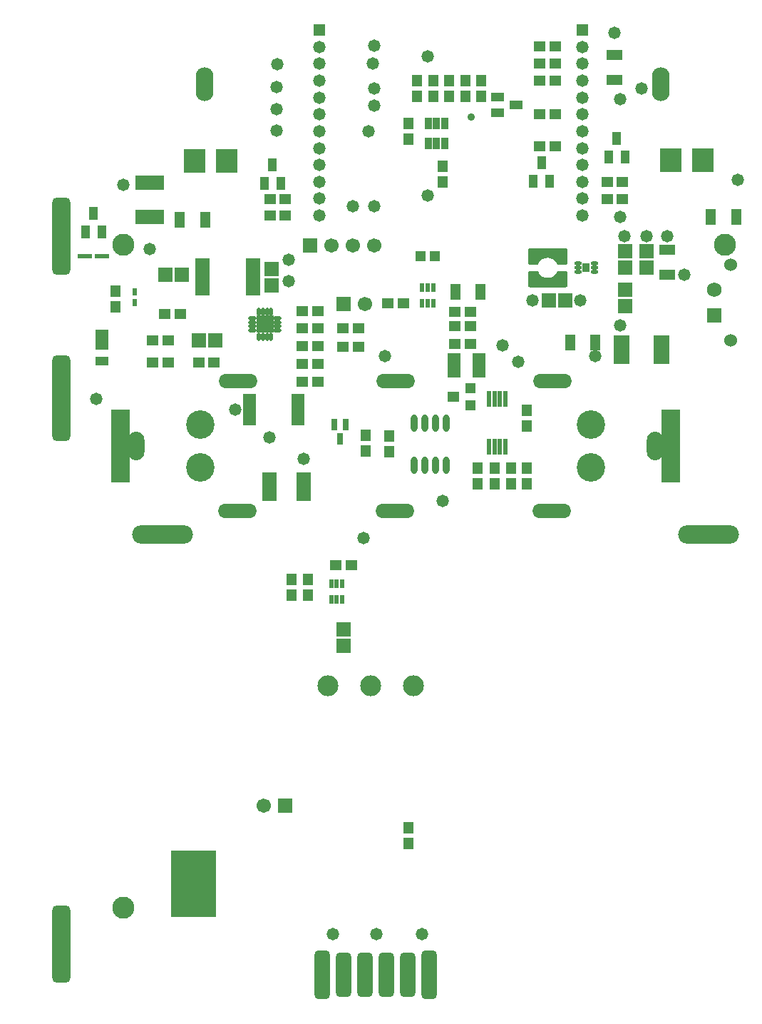
<source format=gts>
%FSLAX23Y23*%
%MOIN*%
G70*
G01*
G75*
G04 Layer_Color=8388736*
%ADD10C,0.008*%
%ADD11R,0.043X0.045*%
%ADD12R,0.045X0.043*%
%ADD13R,0.020X0.020*%
%ADD14R,0.060X0.124*%
%ADD15R,0.055X0.138*%
%ADD16R,0.069X0.043*%
%ADD17R,0.020X0.049*%
%ADD18R,0.059X0.057*%
%ADD19R,0.014X0.035*%
%ADD20R,0.051X0.108*%
%ADD21R,0.040X0.040*%
%ADD22R,0.050X0.040*%
%ADD23O,0.024X0.073*%
%ADD24R,0.124X0.060*%
%ADD25R,0.057X0.016*%
%ADD26R,0.066X0.124*%
%ADD27R,0.071X0.071*%
%ADD28O,0.010X0.031*%
%ADD29O,0.031X0.010*%
%ADD30R,0.028X0.035*%
%ADD31O,0.028X0.010*%
%ADD32R,0.024X0.024*%
%ADD33R,0.059X0.169*%
%ADD34R,0.043X0.069*%
%ADD35R,0.055X0.035*%
%ADD36R,0.055X0.087*%
%ADD37R,0.016X0.024*%
%ADD38R,0.033X0.051*%
%ADD39R,0.057X0.059*%
G04:AMPARAMS|DCode=40|XSize=65mil|YSize=220mil|CornerRadius=16mil|HoleSize=0mil|Usage=FLASHONLY|Rotation=180.000|XOffset=0mil|YOffset=0mil|HoleType=Round|Shape=RoundedRectangle|*
%AMROUNDEDRECTD40*
21,1,0.065,0.188,0,0,180.0*
21,1,0.033,0.220,0,0,180.0*
1,1,0.033,-0.016,0.094*
1,1,0.033,0.016,0.094*
1,1,0.033,0.016,-0.094*
1,1,0.033,-0.016,-0.094*
%
%ADD40ROUNDEDRECTD40*%
G04:AMPARAMS|DCode=41|XSize=65mil|YSize=200mil|CornerRadius=16mil|HoleSize=0mil|Usage=FLASHONLY|Rotation=180.000|XOffset=0mil|YOffset=0mil|HoleType=Round|Shape=RoundedRectangle|*
%AMROUNDEDRECTD41*
21,1,0.065,0.168,0,0,180.0*
21,1,0.033,0.200,0,0,180.0*
1,1,0.033,-0.016,0.084*
1,1,0.033,0.016,0.084*
1,1,0.033,0.016,-0.084*
1,1,0.033,-0.016,-0.084*
%
%ADD41ROUNDEDRECTD41*%
%ADD42R,0.014X0.067*%
%ADD43R,0.051X0.033*%
%ADD44R,0.037X0.039*%
%ADD45R,0.024X0.045*%
%ADD46C,0.012*%
%ADD47C,0.010*%
%ADD48C,0.025*%
%ADD49C,0.015*%
%ADD50C,0.020*%
%ADD51C,0.050*%
%ADD52C,0.030*%
%ADD53C,0.040*%
%ADD54R,0.050X0.050*%
%ADD55C,0.050*%
%ADD56O,0.075X0.150*%
%ADD57R,0.059X0.059*%
%ADD58C,0.059*%
%ADD59C,0.090*%
%ADD60C,0.060*%
%ADD61R,0.060X0.060*%
%ADD62C,0.052*%
G04:AMPARAMS|DCode=63|XSize=354mil|YSize=79mil|CornerRadius=20mil|HoleSize=0mil|Usage=FLASHONLY|Rotation=270.000|XOffset=0mil|YOffset=0mil|HoleType=Round|Shape=RoundedRectangle|*
%AMROUNDEDRECTD63*
21,1,0.354,0.039,0,0,270.0*
21,1,0.315,0.079,0,0,270.0*
1,1,0.039,-0.020,-0.157*
1,1,0.039,-0.020,0.157*
1,1,0.039,0.020,0.157*
1,1,0.039,0.020,-0.157*
%
%ADD63ROUNDEDRECTD63*%
G04:AMPARAMS|DCode=64|XSize=394mil|YSize=79mil|CornerRadius=20mil|HoleSize=0mil|Usage=FLASHONLY|Rotation=270.000|XOffset=0mil|YOffset=0mil|HoleType=Round|Shape=RoundedRectangle|*
%AMROUNDEDRECTD64*
21,1,0.394,0.039,0,0,270.0*
21,1,0.354,0.079,0,0,270.0*
1,1,0.039,-0.020,-0.177*
1,1,0.039,-0.020,0.177*
1,1,0.039,0.020,0.177*
1,1,0.039,0.020,-0.177*
%
%ADD64ROUNDEDRECTD64*%
%ADD65O,0.276X0.079*%
%ADD66C,0.125*%
%ADD67O,0.173X0.059*%
%ADD68O,0.070X0.125*%
%ADD69R,0.079X0.335*%
%ADD70C,0.157*%
%ADD71C,0.030*%
%ADD72C,0.028*%
%ADD73C,0.040*%
%ADD74C,0.024*%
%ADD75C,0.080*%
%ADD76C,0.100*%
%ADD77C,0.060*%
G04:AMPARAMS|DCode=78|XSize=90mil|YSize=90mil|CornerRadius=0mil|HoleSize=0mil|Usage=FLASHONLY|Rotation=0.000|XOffset=0mil|YOffset=0mil|HoleType=Round|Shape=Relief|Width=20mil|Gap=10mil|Entries=4|*
%AMTHD78*
7,0,0,0.090,0.070,0.020,45*
%
%ADD78THD78*%
%ADD79C,0.070*%
%ADD80O,0.115X0.190*%
G04:AMPARAMS|DCode=81|XSize=95.433mil|YSize=95.433mil|CornerRadius=0mil|HoleSize=0mil|Usage=FLASHONLY|Rotation=0.000|XOffset=0mil|YOffset=0mil|HoleType=Round|Shape=Relief|Width=20mil|Gap=10mil|Entries=4|*
%AMTHD81*
7,0,0,0.095,0.075,0.020,45*
%
%ADD81THD81*%
%ADD82C,0.075*%
G04:AMPARAMS|DCode=83|XSize=117mil|YSize=117mil|CornerRadius=0mil|HoleSize=0mil|Usage=FLASHONLY|Rotation=0.000|XOffset=0mil|YOffset=0mil|HoleType=Round|Shape=Relief|Width=20mil|Gap=10mil|Entries=4|*
%AMTHD83*
7,0,0,0.117,0.097,0.020,45*
%
%ADD83THD83*%
%ADD84C,0.097*%
G04:AMPARAMS|DCode=85|XSize=102.126mil|YSize=102.126mil|CornerRadius=0mil|HoleSize=0mil|Usage=FLASHONLY|Rotation=0.000|XOffset=0mil|YOffset=0mil|HoleType=Round|Shape=Relief|Width=20mil|Gap=10mil|Entries=4|*
%AMTHD85*
7,0,0,0.102,0.082,0.020,45*
%
%ADD85THD85*%
%ADD86C,0.082*%
%ADD87C,0.092*%
%AMTHOVALD88*
21,1,0.267,0.088,0,0,270.0*
1,1,0.088,0.000,0.134*
1,1,0.088,0.000,-0.134*
21,0,0.267,0.068,0,0,270.0*
1,0,0.068,0.000,0.134*
1,0,0.068,0.000,-0.134*
4,0,4,-0.007,0.127,-0.038,0.158,-0.024,0.172,0.007,0.141,-0.007,0.127,0.0*
4,0,4,-0.007,-0.141,0.024,-0.172,0.038,-0.158,0.007,-0.127,-0.007,-0.141,0.0*
4,0,4,-0.007,0.141,0.024,0.172,0.038,0.158,0.007,0.127,-0.007,0.141,0.0*
4,0,4,-0.007,-0.127,-0.038,-0.158,-0.024,-0.172,0.007,-0.141,-0.007,-0.127,0.0*
%
%ADD88THOVALD88*%

%ADD89O,0.068X0.335*%
%ADD90O,0.316X0.119*%
G04:AMPARAMS|DCode=91|XSize=88mil|YSize=88mil|CornerRadius=0mil|HoleSize=0mil|Usage=FLASHONLY|Rotation=0.000|XOffset=0mil|YOffset=0mil|HoleType=Round|Shape=Relief|Width=20mil|Gap=10mil|Entries=4|*
%AMTHD91*
7,0,0,0.088,0.068,0.020,45*
%
%ADD91THD91*%
%ADD92C,0.112*%
%ADD93O,0.215X0.110*%
%ADD94O,0.068X0.112*%
%ADD95O,0.068X0.365*%
G04:AMPARAMS|DCode=96|XSize=132mil|YSize=132mil|CornerRadius=0mil|HoleSize=0mil|Usage=FLASHONLY|Rotation=0.000|XOffset=0mil|YOffset=0mil|HoleType=Round|Shape=Relief|Width=20mil|Gap=10mil|Entries=4|*
%AMTHD96*
7,0,0,0.132,0.112,0.020,45*
%
%ADD96THD96*%
%AMTHOVALD97*
21,1,0.044,0.088,0,0,270.0*
1,1,0.088,0.000,0.022*
1,1,0.088,0.000,-0.022*
21,0,0.044,0.068,0,0,270.0*
1,0,0.068,0.000,0.022*
1,0,0.068,0.000,-0.022*
4,0,4,-0.007,0.015,-0.038,0.046,-0.024,0.060,0.007,0.029,-0.007,0.015,0.0*
4,0,4,-0.007,-0.029,0.024,-0.060,0.038,-0.046,0.007,-0.015,-0.007,-0.029,0.0*
4,0,4,-0.007,0.029,0.024,0.060,0.038,0.046,0.007,0.015,-0.007,0.029,0.0*
4,0,4,-0.007,-0.015,-0.038,-0.046,-0.024,-0.060,0.007,-0.029,-0.007,-0.015,0.0*
%
%ADD97THOVALD97*%

%AMTHOVALD98*
21,1,0.297,0.088,0,0,270.0*
1,1,0.088,0.000,0.148*
1,1,0.088,0.000,-0.148*
21,0,0.297,0.068,0,0,270.0*
1,0,0.068,0.000,0.148*
1,0,0.068,0.000,-0.148*
4,0,4,-0.007,0.141,-0.038,0.172,-0.024,0.187,0.007,0.155,-0.007,0.141,0.0*
4,0,4,-0.007,-0.155,0.024,-0.187,0.038,-0.172,0.007,-0.141,-0.007,-0.155,0.0*
4,0,4,-0.007,0.155,0.024,0.187,0.038,0.172,0.007,0.141,-0.007,0.155,0.0*
4,0,4,-0.007,-0.141,-0.038,-0.172,-0.024,-0.187,0.007,-0.155,-0.007,-0.141,0.0*
%
%ADD98THOVALD98*%

G04:AMPARAMS|DCode=99|XSize=210mil|YSize=210mil|CornerRadius=0mil|HoleSize=0mil|Usage=FLASHONLY|Rotation=0.000|XOffset=0mil|YOffset=0mil|HoleType=Round|Shape=Relief|Width=20mil|Gap=10mil|Entries=4|*
%AMTHD99*
7,0,0,0.210,0.190,0.020,45*
%
%ADD99THD99*%
%ADD100C,0.052*%
G04:AMPARAMS|DCode=101|XSize=72mil|YSize=72mil|CornerRadius=0mil|HoleSize=0mil|Usage=FLASHONLY|Rotation=0.000|XOffset=0mil|YOffset=0mil|HoleType=Round|Shape=Relief|Width=20mil|Gap=10mil|Entries=4|*
%AMTHD101*
7,0,0,0.072,0.052,0.020,45*
%
%ADD101THD101*%
%ADD102C,0.051*%
G04:AMPARAMS|DCode=103|XSize=71mil|YSize=71mil|CornerRadius=0mil|HoleSize=0mil|Usage=FLASHONLY|Rotation=0.000|XOffset=0mil|YOffset=0mil|HoleType=Round|Shape=Relief|Width=20mil|Gap=10mil|Entries=4|*
%AMTHD103*
7,0,0,0.071,0.051,0.020,45*
%
%ADD103THD103*%
%ADD104C,0.068*%
G04:AMPARAMS|DCode=105|XSize=80mil|YSize=80mil|CornerRadius=0mil|HoleSize=0mil|Usage=FLASHONLY|Rotation=0.000|XOffset=0mil|YOffset=0mil|HoleType=Round|Shape=Relief|Width=20mil|Gap=10mil|Entries=4|*
%AMTHD105*
7,0,0,0.080,0.060,0.020,45*
%
%ADD105THD105*%
G04:AMPARAMS|DCode=106|XSize=84mil|YSize=84mil|CornerRadius=0mil|HoleSize=0mil|Usage=FLASHONLY|Rotation=0.000|XOffset=0mil|YOffset=0mil|HoleType=Round|Shape=Relief|Width=20mil|Gap=10mil|Entries=4|*
%AMTHD106*
7,0,0,0.084,0.064,0.020,45*
%
%ADD106THD106*%
%AMTHOVALD107*
21,1,0.044,0.088,0,0,450.0*
1,1,0.088,0.000,-0.022*
1,1,0.088,0.000,0.022*
21,0,0.044,0.068,0,0,450.0*
1,0,0.068,0.000,-0.022*
1,0,0.068,0.000,0.022*
4,0,4,0.007,-0.015,0.038,-0.046,0.024,-0.060,-0.007,-0.029,0.007,-0.015,0.0*
4,0,4,0.007,0.029,-0.024,0.060,-0.038,0.046,-0.007,0.015,0.007,0.029,0.0*
4,0,4,0.007,-0.029,-0.024,-0.060,-0.038,-0.046,-0.007,-0.015,0.007,-0.029,0.0*
4,0,4,0.007,0.015,0.038,0.046,0.024,0.060,-0.007,0.029,0.007,0.015,0.0*
%
%ADD107THOVALD107*%

%ADD108C,0.190*%
%ADD109C,0.064*%
%ADD110R,0.092X0.051*%
%ADD111R,0.024X0.016*%
%ADD112R,0.035X0.014*%
%ADD113C,0.010*%
%ADD114C,0.024*%
%ADD115C,0.005*%
%ADD116C,0.004*%
%ADD117C,0.007*%
%ADD118C,0.008*%
%ADD119C,0.004*%
%ADD120C,0.001*%
%ADD121C,0.002*%
%ADD122R,0.051X0.053*%
%ADD123R,0.053X0.051*%
%ADD124R,0.068X0.132*%
%ADD125R,0.063X0.146*%
%ADD126R,0.077X0.051*%
%ADD127R,0.028X0.057*%
%ADD128R,0.067X0.065*%
%ADD129R,0.022X0.043*%
%ADD130R,0.059X0.116*%
%ADD131R,0.048X0.048*%
%ADD132R,0.058X0.048*%
%ADD133O,0.032X0.081*%
%ADD134R,0.132X0.068*%
%ADD135R,0.065X0.024*%
%ADD136R,0.074X0.132*%
%ADD137R,0.079X0.079*%
%ADD138O,0.018X0.039*%
%ADD139O,0.039X0.018*%
%ADD140R,0.036X0.043*%
%ADD141O,0.036X0.018*%
%ADD142R,0.032X0.032*%
%ADD143R,0.067X0.177*%
%ADD144R,0.051X0.077*%
%ADD145R,0.063X0.043*%
%ADD146R,0.063X0.095*%
%ADD147R,0.024X0.032*%
%ADD148R,0.041X0.059*%
%ADD149R,0.065X0.067*%
G04:AMPARAMS|DCode=150|XSize=73mil|YSize=228mil|CornerRadius=20mil|HoleSize=0mil|Usage=FLASHONLY|Rotation=180.000|XOffset=0mil|YOffset=0mil|HoleType=Round|Shape=RoundedRectangle|*
%AMROUNDEDRECTD150*
21,1,0.073,0.188,0,0,180.0*
21,1,0.033,0.228,0,0,180.0*
1,1,0.041,-0.016,0.094*
1,1,0.041,0.016,0.094*
1,1,0.041,0.016,-0.094*
1,1,0.041,-0.016,-0.094*
%
%ADD150ROUNDEDRECTD150*%
G04:AMPARAMS|DCode=151|XSize=73mil|YSize=208mil|CornerRadius=20mil|HoleSize=0mil|Usage=FLASHONLY|Rotation=180.000|XOffset=0mil|YOffset=0mil|HoleType=Round|Shape=RoundedRectangle|*
%AMROUNDEDRECTD151*
21,1,0.073,0.168,0,0,180.0*
21,1,0.033,0.208,0,0,180.0*
1,1,0.041,-0.016,0.084*
1,1,0.041,0.016,0.084*
1,1,0.041,0.016,-0.084*
1,1,0.041,-0.016,-0.084*
%
%ADD151ROUNDEDRECTD151*%
%ADD152R,0.022X0.075*%
%ADD153R,0.059X0.041*%
%ADD154R,0.045X0.047*%
%ADD155R,0.032X0.053*%
%ADD156R,0.058X0.058*%
%ADD157C,0.058*%
%ADD158O,0.083X0.158*%
%ADD159R,0.067X0.067*%
%ADD160C,0.067*%
%ADD161C,0.098*%
%ADD162R,0.068X0.068*%
%ADD163C,0.060*%
G04:AMPARAMS|DCode=164|XSize=362mil|YSize=87mil|CornerRadius=24mil|HoleSize=0mil|Usage=FLASHONLY|Rotation=270.000|XOffset=0mil|YOffset=0mil|HoleType=Round|Shape=RoundedRectangle|*
%AMROUNDEDRECTD164*
21,1,0.362,0.039,0,0,270.0*
21,1,0.315,0.087,0,0,270.0*
1,1,0.047,-0.020,-0.157*
1,1,0.047,-0.020,0.157*
1,1,0.047,0.020,0.157*
1,1,0.047,0.020,-0.157*
%
%ADD164ROUNDEDRECTD164*%
G04:AMPARAMS|DCode=165|XSize=402mil|YSize=87mil|CornerRadius=24mil|HoleSize=0mil|Usage=FLASHONLY|Rotation=270.000|XOffset=0mil|YOffset=0mil|HoleType=Round|Shape=RoundedRectangle|*
%AMROUNDEDRECTD165*
21,1,0.402,0.039,0,0,270.0*
21,1,0.354,0.087,0,0,270.0*
1,1,0.047,-0.020,-0.177*
1,1,0.047,-0.020,0.177*
1,1,0.047,0.020,0.177*
1,1,0.047,0.020,-0.177*
%
%ADD165ROUNDEDRECTD165*%
%ADD166C,0.103*%
%ADD167O,0.284X0.087*%
%ADD168C,0.133*%
%ADD169O,0.181X0.067*%
%ADD170O,0.078X0.133*%
%ADD171R,0.087X0.343*%
%ADD172C,0.165*%
%ADD173C,0.036*%
G36*
X810Y3807D02*
X711D01*
Y3917D01*
X810D01*
Y3807D01*
D02*
G37*
G36*
X860Y330D02*
X650D01*
Y640D01*
X860D01*
Y330D01*
D02*
G37*
G36*
X961Y3807D02*
X861D01*
Y3917D01*
X961D01*
Y3807D01*
D02*
G37*
G36*
X3186Y3810D02*
X3087D01*
Y3920D01*
X3186D01*
Y3810D01*
D02*
G37*
G36*
X3036D02*
X2936D01*
Y3920D01*
X3036D01*
Y3810D01*
D02*
G37*
G36*
X2363Y3348D02*
X2363Y3348D01*
X2363Y3348D01*
X2363Y3348D01*
X2364Y3348D01*
X2364Y3348D01*
X2364Y3348D01*
X2364Y3348D01*
X2364Y3347D01*
X2364Y3347D01*
X2364Y3347D01*
X2364Y3347D01*
X2366Y3347D01*
X2366Y3347D01*
X2366Y3346D01*
X2366Y3346D01*
D01*
X2367Y3346D01*
X2367Y3346D01*
X2367Y3346D01*
X2367Y3346D01*
X2367Y3346D01*
X2367Y3346D01*
X2368Y3345D01*
X2368Y3345D01*
D01*
X2368Y3345D01*
X2368Y3345D01*
X2368Y3345D01*
X2368Y3344D01*
X2368Y3344D01*
X2368Y3344D01*
X2369Y3344D01*
X2369Y3344D01*
X2370Y3339D01*
X2378Y3330D01*
X2388Y3322D01*
X2399Y3317D01*
X2411Y3316D01*
X2424Y3317D01*
X2435Y3322D01*
X2445Y3330D01*
X2453Y3339D01*
X2454Y3343D01*
X2454Y3344D01*
X2455Y3344D01*
X2455Y3345D01*
X2455Y3345D01*
X2455Y3345D01*
X2455Y3345D01*
X2455Y3345D01*
X2455Y3345D01*
X2455Y3345D01*
X2455Y3345D01*
X2455Y3345D01*
X2455Y3345D01*
X2455Y3345D01*
X2455Y3345D01*
X2456Y3346D01*
X2456Y3346D01*
X2456Y3346D01*
X2456Y3346D01*
X2456Y3346D01*
X2456Y3346D01*
X2456Y3346D01*
X2456Y3346D01*
X2456Y3346D01*
X2456Y3346D01*
X2457Y3346D01*
X2457Y3346D01*
X2457Y3347D01*
X2457Y3347D01*
X2457Y3347D01*
X2457Y3347D01*
X2457Y3347D01*
X2457Y3347D01*
X2457Y3347D01*
X2457Y3347D01*
X2457Y3347D01*
X2459Y3347D01*
X2459Y3348D01*
X2460Y3348D01*
X2460Y3348D01*
X2460D01*
D01*
X2461Y3348D01*
X2461Y3348D01*
X2461Y3347D01*
X2496Y3348D01*
X2496Y3348D01*
X2496Y3348D01*
X2496Y3348D01*
X2497Y3348D01*
X2497Y3348D01*
X2497Y3348D01*
X2497Y3348D01*
X2497Y3348D01*
X2497Y3348D01*
X2497Y3348D01*
X2497Y3347D01*
X2498Y3347D01*
X2498Y3347D01*
X2498Y3347D01*
X2499Y3347D01*
X2499Y3347D01*
X2500Y3346D01*
X2500Y3346D01*
X2500Y3346D01*
X2500Y3346D01*
X2500Y3346D01*
X2501Y3345D01*
X2501Y3345D01*
X2501Y3345D01*
X2502Y3343D01*
X2502Y3342D01*
X2502Y3342D01*
X2502Y3341D01*
X2502Y3341D01*
X2502Y3340D01*
X2502Y3340D01*
X2502Y3279D01*
X2502Y3279D01*
X2502Y3279D01*
X2502Y3278D01*
Y3278D01*
Y3278D01*
X2502Y3278D01*
X2502Y3278D01*
X2502Y3278D01*
Y3278D01*
X2502Y3278D01*
X2502Y3277D01*
X2502Y3277D01*
D01*
X2502Y3277D01*
X2502Y3277D01*
X2501Y3275D01*
X2501Y3275D01*
X2501Y3275D01*
X2501Y3275D01*
X2501Y3275D01*
X2501Y3274D01*
X2501Y3274D01*
X2500Y3274D01*
X2500Y3273D01*
X2499Y3273D01*
X2498Y3273D01*
X2497Y3272D01*
X2497Y3272D01*
X2496Y3272D01*
X2496Y3272D01*
X2495Y3272D01*
X2495Y3272D01*
X2327Y3272D01*
X2327Y3272D01*
X2327Y3272D01*
X2327Y3272D01*
X2326Y3272D01*
X2326Y3272D01*
X2326Y3272D01*
X2326Y3272D01*
X2326Y3272D01*
X2326Y3272D01*
X2326Y3272D01*
X2326Y3273D01*
X2325Y3273D01*
X2325Y3273D01*
X2325Y3273D01*
X2324Y3273D01*
X2323Y3273D01*
X2323Y3274D01*
X2322Y3274D01*
X2322Y3274D01*
X2322Y3274D01*
X2322Y3274D01*
X2322Y3274D01*
X2322Y3274D01*
X2322Y3275D01*
X2322Y3275D01*
X2322Y3275D01*
X2322Y3275D01*
X2322Y3275D01*
X2322Y3275D01*
D01*
X2322Y3275D01*
X2322Y3275D01*
X2322Y3275D01*
D01*
D01*
X2321Y3277D01*
X2321Y3277D01*
X2321Y3278D01*
X2321Y3279D01*
X2321Y3279D01*
X2321Y3280D01*
X2321Y3280D01*
X2321Y3341D01*
X2321Y3341D01*
X2321Y3341D01*
X2321Y3342D01*
X2321Y3342D01*
X2321Y3342D01*
X2321Y3342D01*
X2321Y3342D01*
X2321Y3342D01*
X2321Y3343D01*
X2321Y3343D01*
X2321Y3343D01*
X2321Y3343D01*
X2321Y3343D01*
X2321Y3343D01*
X2322Y3345D01*
X2322Y3345D01*
X2322Y3345D01*
X2322Y3345D01*
X2322Y3345D01*
X2322Y3346D01*
X2322Y3346D01*
X2323Y3346D01*
X2323Y3346D01*
X2324Y3347D01*
X2325Y3347D01*
X2326Y3348D01*
X2326Y3348D01*
X2327Y3348D01*
X2327Y3348D01*
X2328Y3348D01*
X2328Y3347D01*
X2363Y3348D01*
X2363Y3348D01*
X2363Y3348D01*
X2363Y3348D01*
D02*
G37*
G36*
X2496Y3454D02*
X2496Y3454D01*
X2496Y3454D01*
X2496Y3454D01*
X2497Y3454D01*
X2497Y3454D01*
X2497Y3454D01*
X2497Y3454D01*
X2497Y3454D01*
X2497Y3454D01*
X2497Y3454D01*
X2497Y3454D01*
X2499Y3453D01*
X2499Y3453D01*
X2499Y3453D01*
X2500Y3453D01*
X2500Y3453D01*
X2500Y3453D01*
X2500Y3452D01*
X2501Y3452D01*
X2501Y3452D01*
X2501Y3451D01*
X2502Y3450D01*
X2502Y3449D01*
X2502Y3449D01*
D01*
X2502Y3449D01*
X2502Y3449D01*
X2502Y3449D01*
Y3449D01*
X2502Y3449D01*
X2502Y3448D01*
X2502Y3448D01*
Y3448D01*
Y3448D01*
X2502Y3448D01*
X2502Y3447D01*
X2502Y3447D01*
Y3447D01*
X2502Y3447D01*
X2502Y3447D01*
X2502Y3385D01*
X2502Y3385D01*
X2502Y3385D01*
X2502Y3385D01*
X2502Y3385D01*
X2502Y3385D01*
X2502Y3385D01*
X2502Y3384D01*
X2502Y3384D01*
X2502Y3384D01*
X2502Y3384D01*
X2502Y3384D01*
X2502Y3384D01*
X2502Y3384D01*
X2502Y3383D01*
X2501Y3382D01*
X2501Y3382D01*
X2501Y3381D01*
X2501Y3381D01*
X2501Y3381D01*
X2500Y3381D01*
X2500Y3381D01*
X2500Y3380D01*
X2499Y3380D01*
X2499Y3380D01*
X2497Y3379D01*
X2497Y3379D01*
X2496Y3379D01*
X2496Y3379D01*
X2495Y3379D01*
X2495Y3379D01*
X2495Y3379D01*
X2460Y3379D01*
X2460Y3379D01*
X2460Y3379D01*
X2460Y3379D01*
X2459Y3379D01*
X2459Y3379D01*
X2459Y3379D01*
X2459Y3379D01*
X2459Y3379D01*
X2459Y3379D01*
X2459Y3379D01*
X2459Y3379D01*
X2458Y3379D01*
X2458Y3379D01*
X2458Y3379D01*
X2457Y3380D01*
X2457Y3380D01*
X2457Y3380D01*
X2457Y3380D01*
X2457Y3380D01*
X2457Y3380D01*
X2457Y3380D01*
X2456Y3380D01*
X2456Y3380D01*
X2456Y3380D01*
X2456Y3380D01*
X2456Y3380D01*
X2456Y3380D01*
X2456Y3380D01*
X2456Y3380D01*
X2456Y3380D01*
X2456Y3381D01*
X2455Y3381D01*
X2455Y3381D01*
X2455Y3381D01*
X2455Y3381D01*
X2455Y3381D01*
X2455Y3381D01*
X2455Y3381D01*
X2455Y3381D01*
X2455Y3381D01*
X2455Y3381D01*
X2455Y3381D01*
X2455Y3382D01*
X2455Y3382D01*
X2455Y3382D01*
X2455Y3382D01*
X2455Y3382D01*
X2454Y3383D01*
X2454Y3383D01*
X2454Y3383D01*
X2452Y3387D01*
X2445Y3397D01*
X2435Y3405D01*
X2424Y3409D01*
X2411Y3411D01*
X2399Y3409D01*
X2387Y3405D01*
X2378Y3397D01*
X2370Y3387D01*
X2368Y3383D01*
X2368Y3383D01*
X2368Y3383D01*
X2368Y3383D01*
X2368Y3383D01*
X2368Y3382D01*
X2368Y3382D01*
X2368Y3381D01*
X2368Y3381D01*
X2367Y3381D01*
X2367Y3381D01*
X2367Y3381D01*
X2367Y3380D01*
X2366Y3380D01*
X2366Y3380D01*
X2364Y3379D01*
X2364Y3379D01*
X2363Y3379D01*
X2363Y3379D01*
X2362Y3379D01*
X2362Y3379D01*
X2362Y3379D01*
X2327Y3379D01*
X2327Y3379D01*
X2327Y3379D01*
X2326Y3379D01*
X2326Y3379D01*
X2326Y3379D01*
X2326Y3379D01*
X2326Y3379D01*
X2326Y3379D01*
X2326Y3379D01*
X2326Y3379D01*
X2325Y3379D01*
X2325Y3379D01*
X2325Y3379D01*
X2325Y3379D01*
X2324Y3380D01*
X2323Y3380D01*
X2323Y3380D01*
X2323Y3380D01*
X2323Y3380D01*
X2322Y3380D01*
X2322Y3381D01*
X2322Y3381D01*
X2322Y3381D01*
X2321Y3382D01*
X2321Y3383D01*
X2321Y3384D01*
X2320Y3384D01*
X2320Y3385D01*
X2320Y3386D01*
X2321Y3386D01*
X2321Y3386D01*
X2320Y3448D01*
X2320Y3448D01*
X2320Y3448D01*
X2320Y3448D01*
X2320Y3448D01*
X2320Y3448D01*
X2320Y3448D01*
X2320Y3449D01*
X2321Y3449D01*
X2321Y3449D01*
X2321Y3449D01*
X2321Y3449D01*
X2321Y3449D01*
X2321Y3449D01*
X2321Y3450D01*
X2321Y3451D01*
X2321Y3451D01*
X2321Y3451D01*
X2321Y3451D01*
X2322Y3452D01*
X2322Y3452D01*
X2322Y3452D01*
X2322Y3452D01*
X2322Y3452D01*
X2322Y3452D01*
X2322Y3452D01*
X2322Y3452D01*
X2322Y3452D01*
X2322Y3452D01*
X2322Y3452D01*
X2322Y3452D01*
X2322Y3452D01*
X2322Y3452D01*
X2322Y3453D01*
X2323Y3453D01*
X2323Y3453D01*
X2323Y3453D01*
X2323Y3453D01*
X2323Y3453D01*
X2323Y3453D01*
X2323Y3453D01*
X2323Y3453D01*
X2324Y3453D01*
X2324Y3453D01*
X2324Y3453D01*
X2324Y3453D01*
X2325Y3454D01*
X2326Y3454D01*
X2326Y3454D01*
X2327Y3454D01*
X2327Y3454D01*
X2328Y3454D01*
X2328Y3454D01*
X2496Y3454D01*
X2496Y3454D01*
X2496Y3454D01*
X2496Y3454D01*
D02*
G37*
D104*
X3191Y3260D02*
D03*
D122*
X2314Y2697D02*
D03*
Y2624D02*
D03*
X2315Y2354D02*
D03*
Y2426D02*
D03*
X2240Y2354D02*
D03*
Y2426D02*
D03*
X2162Y2426D02*
D03*
Y2354D02*
D03*
X2084Y2426D02*
D03*
Y2354D02*
D03*
X1560Y2507D02*
D03*
Y2580D02*
D03*
X1670Y2504D02*
D03*
Y2576D02*
D03*
X1760Y746D02*
D03*
Y674D02*
D03*
X391Y3180D02*
D03*
Y3253D02*
D03*
X1290Y1906D02*
D03*
Y1834D02*
D03*
X1215Y1834D02*
D03*
Y1906D02*
D03*
X1920Y3764D02*
D03*
Y3836D02*
D03*
X2100Y4164D02*
D03*
Y4236D02*
D03*
X1760Y3964D02*
D03*
Y4036D02*
D03*
X1876Y4164D02*
D03*
Y4236D02*
D03*
X2026Y4236D02*
D03*
Y4164D02*
D03*
X1800Y4236D02*
D03*
Y4164D02*
D03*
X1950Y4236D02*
D03*
Y4164D02*
D03*
D123*
X1737Y3198D02*
D03*
X1664D02*
D03*
X1977Y3009D02*
D03*
X2050D02*
D03*
X1494Y1975D02*
D03*
X1421D02*
D03*
X1336Y2915D02*
D03*
X1264D02*
D03*
X1112Y3606D02*
D03*
X1185D02*
D03*
X1112Y3685D02*
D03*
X1185D02*
D03*
X621Y3147D02*
D03*
X694D02*
D03*
X636Y3025D02*
D03*
X564D02*
D03*
X1454Y2995D02*
D03*
X1526D02*
D03*
X1336Y3080D02*
D03*
X1264D02*
D03*
X1454D02*
D03*
X1526D02*
D03*
X1336Y2832D02*
D03*
X1264D02*
D03*
X564Y2921D02*
D03*
X636D02*
D03*
X779Y2922D02*
D03*
X851D02*
D03*
X1264Y2997D02*
D03*
X1336D02*
D03*
X2050Y3090D02*
D03*
X1977D02*
D03*
Y3159D02*
D03*
X2050D02*
D03*
X1264Y3162D02*
D03*
X1336D02*
D03*
X2689Y3764D02*
D03*
X2761D02*
D03*
X2689Y3684D02*
D03*
X2761D02*
D03*
X2446Y3932D02*
D03*
X2374D02*
D03*
X2375Y4317D02*
D03*
X2448D02*
D03*
X2375Y4238D02*
D03*
X2448D02*
D03*
X2446Y4080D02*
D03*
X2374D02*
D03*
X2375Y4396D02*
D03*
X2448D02*
D03*
D124*
X1110Y2340D02*
D03*
X1270D02*
D03*
D125*
X1244Y2700D02*
D03*
X1016D02*
D03*
D126*
X2725Y4359D02*
D03*
Y4241D02*
D03*
X2970Y3449D02*
D03*
Y3331D02*
D03*
D127*
X1440Y2563D02*
D03*
X1415Y2632D02*
D03*
X1466D02*
D03*
D128*
X1458Y1598D02*
D03*
Y1675D02*
D03*
X2775Y3260D02*
D03*
Y3183D02*
D03*
X2875Y3440D02*
D03*
Y3363D02*
D03*
X1120Y3281D02*
D03*
Y3358D02*
D03*
X2775Y3440D02*
D03*
Y3363D02*
D03*
D129*
X1399Y1887D02*
D03*
X1425D02*
D03*
X1451D02*
D03*
Y1813D02*
D03*
X1425D02*
D03*
X1399D02*
D03*
X1824Y3198D02*
D03*
X1850D02*
D03*
X1876D02*
D03*
Y3272D02*
D03*
X1850D02*
D03*
X1824D02*
D03*
D130*
X2090Y2906D02*
D03*
X1972D02*
D03*
D131*
X2050Y2720D02*
D03*
Y2800D02*
D03*
D132*
X1970Y2760D02*
D03*
D133*
X1788Y2442D02*
D03*
X1838D02*
D03*
X1888D02*
D03*
X1938D02*
D03*
X1788Y2638D02*
D03*
X1838D02*
D03*
X1888D02*
D03*
X1938D02*
D03*
D134*
X551Y3600D02*
D03*
Y3760D02*
D03*
D135*
X247Y3418D02*
D03*
X327D02*
D03*
D136*
X2944Y2982D02*
D03*
X2756D02*
D03*
D137*
X1089Y3100D02*
D03*
D138*
X1059Y3159D02*
D03*
X1079D02*
D03*
X1099D02*
D03*
X1118D02*
D03*
Y3040D02*
D03*
X1099D02*
D03*
X1079D02*
D03*
X1059D02*
D03*
D139*
X1148Y3129D02*
D03*
Y3109D02*
D03*
Y3090D02*
D03*
Y3070D02*
D03*
X1030D02*
D03*
Y3090D02*
D03*
Y3109D02*
D03*
Y3129D02*
D03*
D140*
X2591Y3363D02*
D03*
D141*
X2631Y3383D02*
D03*
Y3363D02*
D03*
Y3343D02*
D03*
X2552D02*
D03*
Y3363D02*
D03*
Y3383D02*
D03*
D142*
X2411Y3289D02*
D03*
X2411Y3435D02*
D03*
D143*
X798Y3320D02*
D03*
X1035D02*
D03*
D144*
X3293Y3600D02*
D03*
X3175D02*
D03*
X2634Y3015D02*
D03*
X2516D02*
D03*
X691Y3587D02*
D03*
X809D02*
D03*
X2098Y3250D02*
D03*
X1980D02*
D03*
D145*
X326Y2928D02*
D03*
D146*
Y3028D02*
D03*
D147*
X481Y3251D02*
D03*
Y3202D02*
D03*
D148*
X288Y3617D02*
D03*
X326Y3530D02*
D03*
X251Y3530D02*
D03*
X1088Y3757D02*
D03*
X1162Y3757D02*
D03*
X1125Y3843D02*
D03*
X2698Y3882D02*
D03*
X2772Y3882D02*
D03*
X2735Y3968D02*
D03*
X2344Y3767D02*
D03*
X2419Y3767D02*
D03*
X2382Y3853D02*
D03*
D149*
X623Y3330D02*
D03*
X699D02*
D03*
X2493Y3210D02*
D03*
X2416D02*
D03*
X858Y3025D02*
D03*
X781D02*
D03*
D150*
X1858Y60D02*
D03*
X1358D02*
D03*
D151*
X1758D02*
D03*
X1658D02*
D03*
X1558D02*
D03*
X1458D02*
D03*
D152*
X2137Y2528D02*
D03*
X2162D02*
D03*
X2188D02*
D03*
X2213D02*
D03*
X2137Y2752D02*
D03*
X2162D02*
D03*
X2188D02*
D03*
X2213D02*
D03*
D153*
X2177Y4162D02*
D03*
X2177Y4088D02*
D03*
X2263Y4125D02*
D03*
D154*
X1882Y3416D02*
D03*
X1818D02*
D03*
D155*
X1854Y3944D02*
D03*
X1891D02*
D03*
X1929D02*
D03*
Y4036D02*
D03*
X1891D02*
D03*
X1854D02*
D03*
D156*
X2573Y4473D02*
D03*
X1345D02*
D03*
D157*
X2573Y4395D02*
D03*
Y4316D02*
D03*
Y4237D02*
D03*
Y4158D02*
D03*
Y4080D02*
D03*
Y4001D02*
D03*
Y3922D02*
D03*
Y3844D02*
D03*
Y3765D02*
D03*
Y3686D02*
D03*
Y3607D02*
D03*
X1345Y4395D02*
D03*
Y4316D02*
D03*
Y4237D02*
D03*
Y4158D02*
D03*
Y4080D02*
D03*
Y4001D02*
D03*
Y3922D02*
D03*
Y3844D02*
D03*
Y3765D02*
D03*
Y3686D02*
D03*
Y3607D02*
D03*
X1270Y2470D02*
D03*
X3049Y3331D02*
D03*
X1145Y4005D02*
D03*
Y4105D02*
D03*
Y4206D02*
D03*
X1146Y4315D02*
D03*
X2850Y4200D02*
D03*
X2750Y3600D02*
D03*
X550Y3450D02*
D03*
X1200Y3300D02*
D03*
X2750Y3095D02*
D03*
X3300Y3775D02*
D03*
X1550Y2100D02*
D03*
X1919Y2275D02*
D03*
X2750Y4150D02*
D03*
X2275Y2925D02*
D03*
X2200Y3000D02*
D03*
X1650Y2950D02*
D03*
X300Y2750D02*
D03*
X1850Y4350D02*
D03*
Y3700D02*
D03*
X1600Y4200D02*
D03*
Y4400D02*
D03*
X1575Y4000D02*
D03*
X1600Y3650D02*
D03*
X1500D02*
D03*
X950Y2700D02*
D03*
X1109Y2570D02*
D03*
X2771Y3511D02*
D03*
X1609Y252D02*
D03*
X1825D02*
D03*
X426Y3750D02*
D03*
X2634Y2950D02*
D03*
X2565Y3210D02*
D03*
X2340Y3210D02*
D03*
X1406Y250D02*
D03*
X2875Y3510D02*
D03*
X2970D02*
D03*
X2725Y4460D02*
D03*
X1200Y3400D02*
D03*
X1595Y4317D02*
D03*
X1600Y4120D02*
D03*
D158*
X808Y4220D02*
D03*
X2940D02*
D03*
D159*
X1458Y3193D02*
D03*
X1185Y850D02*
D03*
X1300Y3468D02*
D03*
D160*
X1558Y3193D02*
D03*
X1085Y850D02*
D03*
X1600Y3468D02*
D03*
X1500D02*
D03*
X1400D02*
D03*
D161*
X1782Y1412D02*
D03*
X1582D02*
D03*
X1382D02*
D03*
D162*
X3191Y3142D02*
D03*
D163*
X3268Y3378D02*
D03*
Y3024D02*
D03*
D164*
X137Y204D02*
D03*
X137Y3511D02*
D03*
D165*
Y2755D02*
D03*
D166*
X3241Y3472D02*
D03*
X426Y375D02*
D03*
Y3472D02*
D03*
D167*
X610Y2117D02*
D03*
X3165D02*
D03*
D168*
X2614Y2630D02*
D03*
Y2430D02*
D03*
X787Y2630D02*
D03*
Y2430D02*
D03*
D169*
X2433Y2835D02*
D03*
X1700Y2835D02*
D03*
X2429Y2227D02*
D03*
X1696Y2227D02*
D03*
X965Y2835D02*
D03*
X961Y2227D02*
D03*
D170*
X2914Y2530D02*
D03*
X487D02*
D03*
D171*
X2986D02*
D03*
X415Y2530D02*
D03*
D172*
X760Y529D02*
D03*
D173*
X2052Y4068D02*
D03*
M02*

</source>
